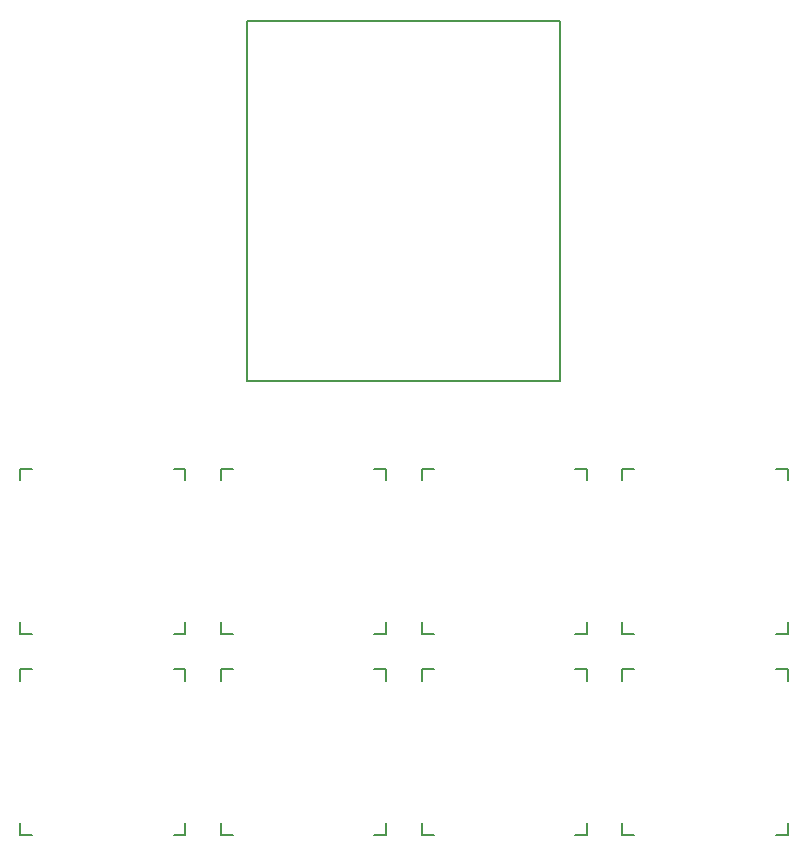
<source format=gbr>
%TF.GenerationSoftware,KiCad,Pcbnew,(6.0.4-0)*%
%TF.CreationDate,2023-04-02T18:55:50-05:00*%
%TF.ProjectId,noldaCoreRType,6e6f6c64-6143-46f7-9265-52547970652e,rev?*%
%TF.SameCoordinates,Original*%
%TF.FileFunction,Legend,Bot*%
%TF.FilePolarity,Positive*%
%FSLAX46Y46*%
G04 Gerber Fmt 4.6, Leading zero omitted, Abs format (unit mm)*
G04 Created by KiCad (PCBNEW (6.0.4-0)) date 2023-04-02 18:55:50*
%MOMM*%
%LPD*%
G01*
G04 APERTURE LIST*
%ADD10C,0.150000*%
G04 APERTURE END LIST*
D10*
X33500000Y-49375000D02*
X60000000Y-49375000D01*
X60000000Y-49375000D02*
X60000000Y-18875000D01*
X60000000Y-18875000D02*
X33500000Y-18875000D01*
X33500000Y-18875000D02*
X33500000Y-49375000D01*
%TO.C,SW10*%
X65249966Y-86749962D02*
X65249966Y-87749962D01*
X65249966Y-73749962D02*
X65249966Y-74749962D01*
X65249966Y-73749962D02*
X66249966Y-73749962D01*
X79249966Y-87749962D02*
X78249966Y-87749962D01*
X79249966Y-87749962D02*
X79249966Y-86749962D01*
X79249966Y-73749962D02*
X78249966Y-73749962D01*
X78249966Y-73749962D02*
X79249966Y-73749962D01*
X79249966Y-74749962D02*
X79249966Y-73749962D01*
X66249966Y-87749962D02*
X65249966Y-87749962D01*
%TO.C,SW7*%
X14249990Y-73749962D02*
X14249990Y-74749962D01*
X28249990Y-87749962D02*
X27249990Y-87749962D01*
X15249990Y-87749962D02*
X14249990Y-87749962D01*
X28249990Y-74749962D02*
X28249990Y-73749962D01*
X14249990Y-87749962D02*
X15249990Y-87749962D01*
X27249990Y-73749962D02*
X28249990Y-73749962D01*
X14249990Y-86749962D02*
X14249990Y-87749962D01*
X28249990Y-87749962D02*
X28249990Y-86749962D01*
X14249990Y-73749962D02*
X15249990Y-73749962D01*
%TO.C,SW5*%
X65249966Y-56749970D02*
X65249966Y-57749970D01*
X66249966Y-70749970D02*
X65249966Y-70749970D01*
X79249966Y-70749970D02*
X79249966Y-69749970D01*
X65249966Y-69749970D02*
X65249966Y-70749970D01*
X65249966Y-56749970D02*
X66249966Y-56749970D01*
X79249966Y-70749970D02*
X78249966Y-70749970D01*
X78249966Y-56749970D02*
X79249966Y-56749970D01*
X79249966Y-56749970D02*
X78249966Y-56749970D01*
X79249966Y-57749970D02*
X79249966Y-56749970D01*
%TO.C,SW3*%
X45249982Y-70749970D02*
X45249982Y-69749970D01*
X31249982Y-56749970D02*
X31249982Y-57749970D01*
X31249982Y-69749970D02*
X31249982Y-70749970D01*
X44249982Y-56749970D02*
X45249982Y-56749970D01*
X31249982Y-70749970D02*
X32249982Y-70749970D01*
X45249982Y-70749970D02*
X44249982Y-70749970D01*
X45249982Y-57749970D02*
X45249982Y-56749970D01*
X31249982Y-56749970D02*
X32249982Y-56749970D01*
X32249982Y-70749970D02*
X31249982Y-70749970D01*
%TO.C,SW9*%
X62249974Y-74749962D02*
X62249974Y-73749962D01*
X48249974Y-73749962D02*
X48249974Y-74749962D01*
X62249974Y-73749962D02*
X61249974Y-73749962D01*
X61249974Y-73749962D02*
X62249974Y-73749962D01*
X48249974Y-86749962D02*
X48249974Y-87749962D01*
X62249974Y-87749962D02*
X62249974Y-86749962D01*
X48249974Y-73749962D02*
X49249974Y-73749962D01*
X49249974Y-87749962D02*
X48249974Y-87749962D01*
X62249974Y-87749962D02*
X61249974Y-87749962D01*
%TO.C,SW8*%
X45249982Y-73749962D02*
X44249982Y-73749962D01*
X31249982Y-73749962D02*
X31249982Y-74749962D01*
X44249982Y-73749962D02*
X45249982Y-73749962D01*
X31249982Y-86749962D02*
X31249982Y-87749962D01*
X45249982Y-74749962D02*
X45249982Y-73749962D01*
X45249982Y-87749962D02*
X45249982Y-86749962D01*
X45249982Y-87749962D02*
X44249982Y-87749962D01*
X31249982Y-73749962D02*
X32249982Y-73749962D01*
X32249982Y-87749962D02*
X31249982Y-87749962D01*
%TO.C,SW2*%
X14249990Y-70749970D02*
X15249990Y-70749970D01*
X27249990Y-56749970D02*
X28249990Y-56749970D01*
X28249990Y-70749970D02*
X27249990Y-70749970D01*
X15249990Y-70749970D02*
X14249990Y-70749970D01*
X14249990Y-69749970D02*
X14249990Y-70749970D01*
X14249990Y-56749970D02*
X15249990Y-56749970D01*
X28249990Y-57749970D02*
X28249990Y-56749970D01*
X28249990Y-70749970D02*
X28249990Y-69749970D01*
X14249990Y-56749970D02*
X14249990Y-57749970D01*
%TO.C,SW4*%
X48249974Y-70749970D02*
X49249974Y-70749970D01*
X61249974Y-56749970D02*
X62249974Y-56749970D01*
X48249974Y-56749970D02*
X49249974Y-56749970D01*
X48249974Y-69749970D02*
X48249974Y-70749970D01*
X62249974Y-70749970D02*
X61249974Y-70749970D01*
X49249974Y-70749970D02*
X48249974Y-70749970D01*
X62249974Y-57749970D02*
X62249974Y-56749970D01*
X48249974Y-56749970D02*
X48249974Y-57749970D01*
X62249974Y-70749970D02*
X62249974Y-69749970D01*
%TD*%
M02*

</source>
